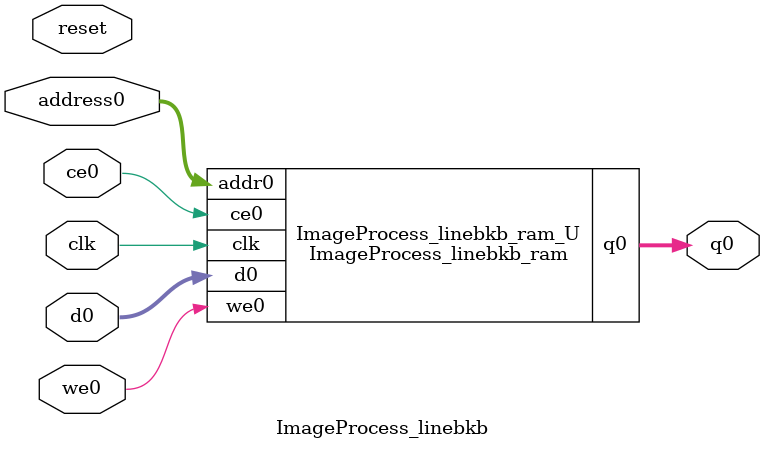
<source format=v>

`timescale 1 ns / 1 ps
module ImageProcess_linebkb_ram (addr0, ce0, d0, we0, q0,  clk);

parameter DWIDTH = 8;
parameter AWIDTH = 9;
parameter MEM_SIZE = 320;

input[AWIDTH-1:0] addr0;
input ce0;
input[DWIDTH-1:0] d0;
input we0;
output reg[DWIDTH-1:0] q0;
input clk;

(* ram_style = "block" *)reg [DWIDTH-1:0] ram[0:MEM_SIZE-1];




always @(posedge clk)  
begin 
    if (ce0) 
    begin
        if (we0) 
        begin 
            ram[addr0] <= d0; 
            q0 <= d0;
        end 
        else 
            q0 <= ram[addr0];
    end
end


endmodule


`timescale 1 ns / 1 ps
module ImageProcess_linebkb(
    reset,
    clk,
    address0,
    ce0,
    we0,
    d0,
    q0);

parameter DataWidth = 32'd8;
parameter AddressRange = 32'd320;
parameter AddressWidth = 32'd9;
input reset;
input clk;
input[AddressWidth - 1:0] address0;
input ce0;
input we0;
input[DataWidth - 1:0] d0;
output[DataWidth - 1:0] q0;



ImageProcess_linebkb_ram ImageProcess_linebkb_ram_U(
    .clk( clk ),
    .addr0( address0 ),
    .ce0( ce0 ),
    .we0( we0 ),
    .d0( d0 ),
    .q0( q0 ));

endmodule


</source>
